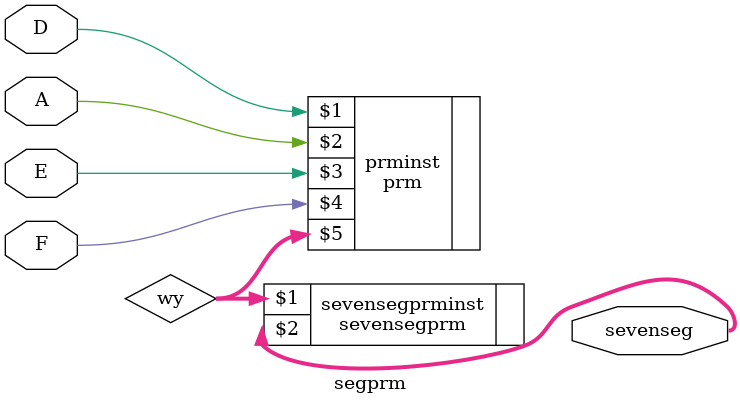
<source format=sv>
module segprm(input logic D, A, E, F,
              output logic [6:0] sevenseg);
  logic [3:0] wy;
  
  prm prminst(D, A, E, F, wy);
  sevensegprm sevensegprminst(wy, sevenseg);
  
endmodule
</source>
